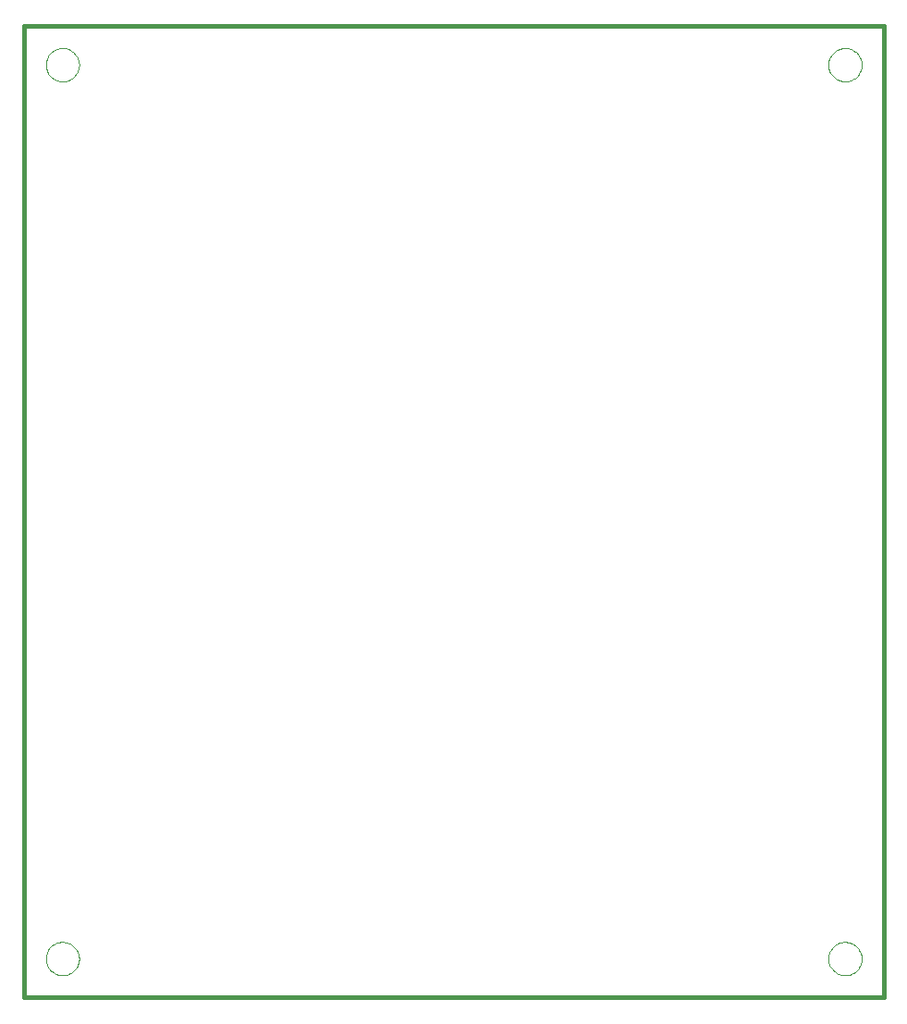
<source format=gtp>
G75*
G70*
%OFA0B0*%
%FSLAX24Y24*%
%IPPOS*%
%LPD*%
%AMOC8*
5,1,8,0,0,1.08239X$1,22.5*
%
%ADD10C,0.0160*%
%ADD11C,0.0000*%
D10*
X005191Y002689D02*
X036191Y002689D01*
X036191Y037689D01*
X005191Y037689D01*
X005191Y002689D01*
D11*
X005984Y004083D02*
X005986Y004132D01*
X005992Y004180D01*
X006002Y004228D01*
X006016Y004275D01*
X006033Y004321D01*
X006054Y004365D01*
X006079Y004407D01*
X006107Y004447D01*
X006139Y004485D01*
X006173Y004520D01*
X006210Y004552D01*
X006249Y004581D01*
X006291Y004607D01*
X006335Y004629D01*
X006380Y004647D01*
X006427Y004662D01*
X006474Y004673D01*
X006523Y004680D01*
X006572Y004683D01*
X006621Y004682D01*
X006669Y004677D01*
X006718Y004668D01*
X006765Y004655D01*
X006811Y004638D01*
X006855Y004618D01*
X006898Y004594D01*
X006939Y004567D01*
X006977Y004536D01*
X007013Y004503D01*
X007045Y004467D01*
X007075Y004428D01*
X007102Y004387D01*
X007125Y004343D01*
X007144Y004298D01*
X007160Y004252D01*
X007172Y004205D01*
X007180Y004156D01*
X007184Y004107D01*
X007184Y004059D01*
X007180Y004010D01*
X007172Y003961D01*
X007160Y003914D01*
X007144Y003868D01*
X007125Y003823D01*
X007102Y003779D01*
X007075Y003738D01*
X007045Y003699D01*
X007013Y003663D01*
X006977Y003630D01*
X006939Y003599D01*
X006898Y003572D01*
X006855Y003548D01*
X006811Y003528D01*
X006765Y003511D01*
X006718Y003498D01*
X006669Y003489D01*
X006621Y003484D01*
X006572Y003483D01*
X006523Y003486D01*
X006474Y003493D01*
X006427Y003504D01*
X006380Y003519D01*
X006335Y003537D01*
X006291Y003559D01*
X006249Y003585D01*
X006210Y003614D01*
X006173Y003646D01*
X006139Y003681D01*
X006107Y003719D01*
X006079Y003759D01*
X006054Y003801D01*
X006033Y003845D01*
X006016Y003891D01*
X006002Y003938D01*
X005992Y003986D01*
X005986Y004034D01*
X005984Y004083D01*
X034197Y004083D02*
X034199Y004132D01*
X034205Y004180D01*
X034215Y004228D01*
X034229Y004275D01*
X034246Y004321D01*
X034267Y004365D01*
X034292Y004407D01*
X034320Y004447D01*
X034352Y004485D01*
X034386Y004520D01*
X034423Y004552D01*
X034462Y004581D01*
X034504Y004607D01*
X034548Y004629D01*
X034593Y004647D01*
X034640Y004662D01*
X034687Y004673D01*
X034736Y004680D01*
X034785Y004683D01*
X034834Y004682D01*
X034882Y004677D01*
X034931Y004668D01*
X034978Y004655D01*
X035024Y004638D01*
X035068Y004618D01*
X035111Y004594D01*
X035152Y004567D01*
X035190Y004536D01*
X035226Y004503D01*
X035258Y004467D01*
X035288Y004428D01*
X035315Y004387D01*
X035338Y004343D01*
X035357Y004298D01*
X035373Y004252D01*
X035385Y004205D01*
X035393Y004156D01*
X035397Y004107D01*
X035397Y004059D01*
X035393Y004010D01*
X035385Y003961D01*
X035373Y003914D01*
X035357Y003868D01*
X035338Y003823D01*
X035315Y003779D01*
X035288Y003738D01*
X035258Y003699D01*
X035226Y003663D01*
X035190Y003630D01*
X035152Y003599D01*
X035111Y003572D01*
X035068Y003548D01*
X035024Y003528D01*
X034978Y003511D01*
X034931Y003498D01*
X034882Y003489D01*
X034834Y003484D01*
X034785Y003483D01*
X034736Y003486D01*
X034687Y003493D01*
X034640Y003504D01*
X034593Y003519D01*
X034548Y003537D01*
X034504Y003559D01*
X034462Y003585D01*
X034423Y003614D01*
X034386Y003646D01*
X034352Y003681D01*
X034320Y003719D01*
X034292Y003759D01*
X034267Y003801D01*
X034246Y003845D01*
X034229Y003891D01*
X034215Y003938D01*
X034205Y003986D01*
X034199Y004034D01*
X034197Y004083D01*
X034197Y036295D02*
X034199Y036344D01*
X034205Y036392D01*
X034215Y036440D01*
X034229Y036487D01*
X034246Y036533D01*
X034267Y036577D01*
X034292Y036619D01*
X034320Y036659D01*
X034352Y036697D01*
X034386Y036732D01*
X034423Y036764D01*
X034462Y036793D01*
X034504Y036819D01*
X034548Y036841D01*
X034593Y036859D01*
X034640Y036874D01*
X034687Y036885D01*
X034736Y036892D01*
X034785Y036895D01*
X034834Y036894D01*
X034882Y036889D01*
X034931Y036880D01*
X034978Y036867D01*
X035024Y036850D01*
X035068Y036830D01*
X035111Y036806D01*
X035152Y036779D01*
X035190Y036748D01*
X035226Y036715D01*
X035258Y036679D01*
X035288Y036640D01*
X035315Y036599D01*
X035338Y036555D01*
X035357Y036510D01*
X035373Y036464D01*
X035385Y036417D01*
X035393Y036368D01*
X035397Y036319D01*
X035397Y036271D01*
X035393Y036222D01*
X035385Y036173D01*
X035373Y036126D01*
X035357Y036080D01*
X035338Y036035D01*
X035315Y035991D01*
X035288Y035950D01*
X035258Y035911D01*
X035226Y035875D01*
X035190Y035842D01*
X035152Y035811D01*
X035111Y035784D01*
X035068Y035760D01*
X035024Y035740D01*
X034978Y035723D01*
X034931Y035710D01*
X034882Y035701D01*
X034834Y035696D01*
X034785Y035695D01*
X034736Y035698D01*
X034687Y035705D01*
X034640Y035716D01*
X034593Y035731D01*
X034548Y035749D01*
X034504Y035771D01*
X034462Y035797D01*
X034423Y035826D01*
X034386Y035858D01*
X034352Y035893D01*
X034320Y035931D01*
X034292Y035971D01*
X034267Y036013D01*
X034246Y036057D01*
X034229Y036103D01*
X034215Y036150D01*
X034205Y036198D01*
X034199Y036246D01*
X034197Y036295D01*
X005984Y036295D02*
X005986Y036344D01*
X005992Y036392D01*
X006002Y036440D01*
X006016Y036487D01*
X006033Y036533D01*
X006054Y036577D01*
X006079Y036619D01*
X006107Y036659D01*
X006139Y036697D01*
X006173Y036732D01*
X006210Y036764D01*
X006249Y036793D01*
X006291Y036819D01*
X006335Y036841D01*
X006380Y036859D01*
X006427Y036874D01*
X006474Y036885D01*
X006523Y036892D01*
X006572Y036895D01*
X006621Y036894D01*
X006669Y036889D01*
X006718Y036880D01*
X006765Y036867D01*
X006811Y036850D01*
X006855Y036830D01*
X006898Y036806D01*
X006939Y036779D01*
X006977Y036748D01*
X007013Y036715D01*
X007045Y036679D01*
X007075Y036640D01*
X007102Y036599D01*
X007125Y036555D01*
X007144Y036510D01*
X007160Y036464D01*
X007172Y036417D01*
X007180Y036368D01*
X007184Y036319D01*
X007184Y036271D01*
X007180Y036222D01*
X007172Y036173D01*
X007160Y036126D01*
X007144Y036080D01*
X007125Y036035D01*
X007102Y035991D01*
X007075Y035950D01*
X007045Y035911D01*
X007013Y035875D01*
X006977Y035842D01*
X006939Y035811D01*
X006898Y035784D01*
X006855Y035760D01*
X006811Y035740D01*
X006765Y035723D01*
X006718Y035710D01*
X006669Y035701D01*
X006621Y035696D01*
X006572Y035695D01*
X006523Y035698D01*
X006474Y035705D01*
X006427Y035716D01*
X006380Y035731D01*
X006335Y035749D01*
X006291Y035771D01*
X006249Y035797D01*
X006210Y035826D01*
X006173Y035858D01*
X006139Y035893D01*
X006107Y035931D01*
X006079Y035971D01*
X006054Y036013D01*
X006033Y036057D01*
X006016Y036103D01*
X006002Y036150D01*
X005992Y036198D01*
X005986Y036246D01*
X005984Y036295D01*
M02*

</source>
